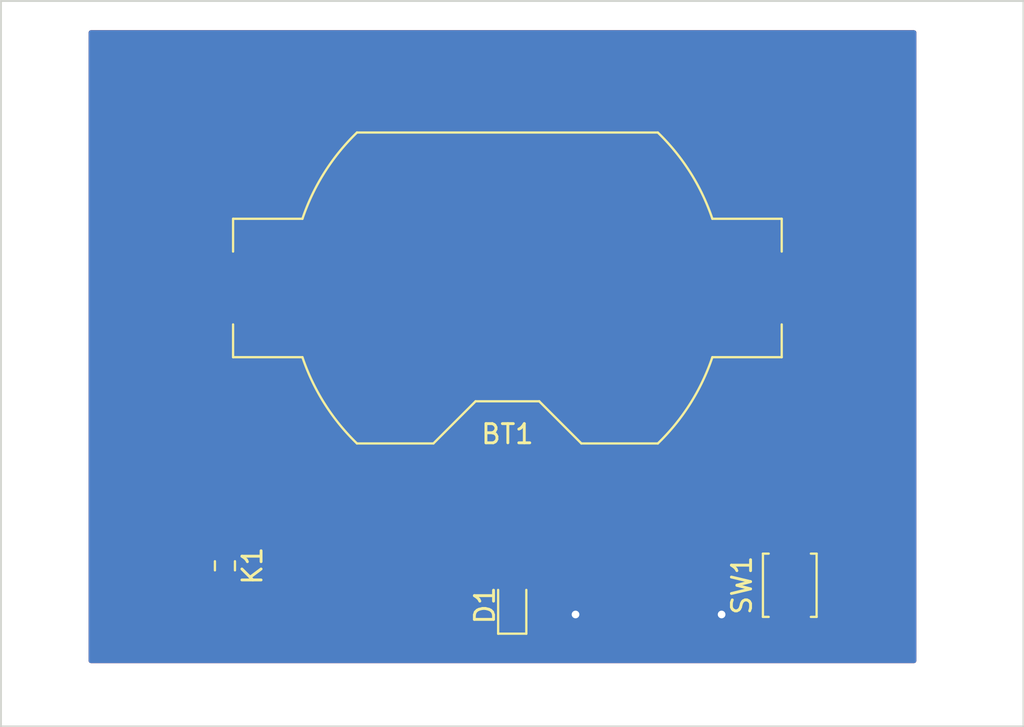
<source format=kicad_pcb>
(kicad_pcb (version 20221018) (generator pcbnew)
  (layers (0 "F.Cu" signal) (31 "B.Cu" signal) (34 "B.Paste" user) (35 "F.Paste" user) (36 "B.SilkS" user "B.Silkscreen") (37 "F.SilkS" user "F.Silkscreen") (38 "B.Mask" user) (39 "F.Mask" user) (44 "Edge.Cuts" user))
  (net 0 "")
  (net 1 "VCC")
  (net 2 "Net-(BT1--)")
  (net 3 "GND")
  (net 4 "Net-(D1-A)")
  (footprint "Diode_SMD:D_0603_1608Metric" (layer "F.Cu") (at 55.118 55.3975 90)
    (fp_text reference "D1" (at 0 -1.43 90) (layer "F.SilkS"))
    (fp_text value "RED")
    (fp_line (start -1.485 -0.735) (end -1.485 0.735) (stroke (width 0.12)) (layer "F.SilkS"))
    (fp_line (start -1.485 0.735) (end 0.8 0.735) (stroke (width 0.12)) (layer "F.SilkS"))
    (fp_line (start 0.8 -0.735) (end -1.485 -0.735) (stroke (width 0.12)) (layer "F.SilkS"))
    (pad "1" smd roundrect (at -0.7875 0 90) (size 0.875 0.95) (layers "F.Cu" "F.Paste" "F.Mask") (net 3 "GND"))
    (pad "2" smd roundrect (at 0.7875 0 90) (size 0.875 0.95) (layers "F.Cu" "F.Paste" "F.Mask") (net 4 "Net-(D1-A)"))
  )
  (footprint "Battery:BatteryHolder_Keystone_1058_1x2032" (layer "F.Cu") (at 54.866 38.84897)
    (fp_text reference "BT1" (at 0 7.62) (layer "F.SilkS"))
    (fp_text value "Battery_Cell")
    (fp_line (start -14.31 -3.61) (end -10.692 -3.61) (stroke (width 0.12)) (layer "F.SilkS"))
    (fp_line (start -14.31 -1.9) (end -14.31 -3.61) (stroke (width 0.12)) (layer "F.SilkS"))
    (fp_line (start -14.31 1.9) (end -14.31 3.61) (stroke (width 0.12)) (layer "F.SilkS"))
    (fp_line (start -10.692 3.61) (end -14.31 3.61) (stroke (width 0.12)) (layer "F.SilkS"))
    (fp_line (start -7.8473 -8.11) (end 7.8473 -8.11) (stroke (width 0.12)) (layer "F.SilkS"))
    (fp_line (start -3.86 8.11) (end -7.8473 8.11) (stroke (width 0.12)) (layer "F.SilkS"))
    (fp_line (start -1.66 5.91) (end -3.86 8.11) (stroke (width 0.12)) (layer "F.SilkS"))
    (fp_line (start 1.66 5.91) (end -1.66 5.91) (stroke (width 0.12)) (layer "F.SilkS"))
    (fp_line (start 1.66 5.91) (end 3.86 8.11) (stroke (width 0.12)) (layer "F.SilkS"))
    (fp_line (start 7.8473 8.11) (end 3.86 8.11) (stroke (width 0.12)) (layer "F.SilkS"))
    (fp_line (start 10.692 -3.61) (end 14.31 -3.61) (stroke (width 0.12)) (layer "F.SilkS"))
    (fp_line (start 14.31 -1.9) (end 14.31 -3.61) (stroke (width 0.12)) (layer "F.SilkS"))
    (fp_line (start 14.31 1.9) (end 14.31 3.61) (stroke (width 0.12)) (layer "F.SilkS"))
    (fp_line (start 14.31 3.61) (end 10.692 3.61) (stroke (width 0.12)) (layer "F.SilkS"))
    (fp_arc (start -10.692 -3.61) (mid -9.538084 -6.031244) (end -7.845371 -8.111789) (stroke (width 0.12)) (layer "F.SilkS"))
    (fp_arc (start -7.845371 8.111789) (mid -9.538085 6.031244) (end -10.692 3.61) (stroke (width 0.12)) (layer "F.SilkS"))
    (fp_arc (start 7.845371 -8.111789) (mid 9.538085 -6.031244) (end 10.692 -3.61) (stroke (width 0.12)) (layer "F.SilkS"))
    (fp_arc (start 10.692 3.61) (mid 9.538084 6.031244) (end 7.845371 8.111789) (stroke (width 0.12)) (layer "F.SilkS"))
    (pad "1" smd rect (at -14.68 0) (size 2.54 3.51) (layers "F.Cu" "F.Paste" "F.Mask") (net 1 "VCC"))
    (pad "2" smd rect (at 14.68 0) (size 2.54 3.51) (layers "F.Cu" "F.Paste" "F.Mask") (net 3 "GND"))
  )
  (footprint "Resistor_SMD:R_0603_1608Metric" (layer "F.Cu") (at 40.132 53.34 -90)
    (fp_text reference "K1" (at 0 -1.43 90) (layer "F.SilkS"))
    (fp_text value "R")
    (fp_line (start -0.237258 -0.5225) (end 0.237258 -0.5225) (stroke (width 0.12)) (layer "F.SilkS"))
    (fp_line (start -0.237258 0.5225) (end 0.237258 0.5225) (stroke (width 0.12)) (layer "F.SilkS"))
    (pad "1" smd roundrect (at -0.825 0 270) (size 0.8 0.95) (layers "F.Cu" "F.Paste" "F.Mask") (net 1 "VCC"))
    (pad "2" smd roundrect (at 0.825 0 270) (size 0.8 0.95) (layers "F.Cu" "F.Paste" "F.Mask") (net 4 "Net-(D1-A)"))
  )
  (footprint "Button_Switch_SMD:SW_SPST_B3U-1000P" (layer "F.Cu") (at 69.596 54.356 90)
    (fp_text reference "SW1" (at 0 -2.5 90) (layer "F.SilkS"))
    (fp_text value "SW_SPST")
    (fp_line (start -1.65 -1.4) (end 1.65 -1.4) (stroke (width 0.12)) (layer "F.SilkS"))
    (fp_line (start -1.65 -1.1) (end -1.65 -1.4) (stroke (width 0.12)) (layer "F.SilkS"))
    (fp_line (start -1.65 1.1) (end -1.65 1.4) (stroke (width 0.12)) (layer "F.SilkS"))
    (fp_line (start -1.65 1.4) (end 1.65 1.4) (stroke (width 0.12)) (layer "F.SilkS"))
    (fp_line (start 1.65 -1.4) (end 1.65 -1.1) (stroke (width 0.12)) (layer "F.SilkS"))
    (fp_line (start 1.65 1.4) (end 1.65 1.1) (stroke (width 0.12)) (layer "F.SilkS"))
    (pad "1" smd rect (at -1.7 0 90) (size 0.9 1.7) (layers "F.Cu" "F.Paste" "F.Mask") (net 3 "GND"))
    (pad "2" smd rect (at 1.7 0 90) (size 0.9 1.7) (layers "F.Cu" "F.Paste" "F.Mask") (net 2 "Net-(BT1--)"))
  )
  (gr_rect (start 28.448 23.876) (end 81.788 61.722) (stroke (width 0.1)) (fill none) (layer "Edge.Cuts"))
  (segment (start 40.132 38.90297) (end 40.186 38.84897) (width 0.25) (layer "F.Cu") (net 1))
  (segment (start 40.195 52.578) (end 40.132 52.515) (width 0.25) (layer "F.Cu") (net 1))
  (segment (start 40.132 52.515) (end 40.132 38.90297) (width 0.25) (layer "F.Cu") (net 1))
  (segment (start 69.546 52.606) (end 69.596 52.656) (width 0.25) (layer "F.Cu") (net 2))
  (segment (start 69.546 38.84897) (end 69.546 52.606) (width 0.25) (layer "F.Cu") (net 2))
  (segment (start 58.596 56.056) (end 58.42 55.88) (width 0.25) (layer "F.Cu") (net 3))
  (segment (start 69.596 56.056) (end 66.216 56.056) (width 0.25) (layer "F.Cu") (net 3))
  (segment (start 55.247 56.056) (end 55.118 56.185) (width 0.25) (layer "F.Cu") (net 3))
  (segment (start 66.216 56.056) (end 66.04 55.88) (width 0.25) (layer "F.Cu") (net 3))
  (segment (start 58.42 55.88) (end 58.244 56.056) (width 0.25) (layer "F.Cu") (net 3))
  (segment (start 58.244 56.056) (end 55.247 56.056) (width 0.25) (layer "F.Cu") (net 3))
  (segment (start 66.04 55.88) (end 65.864 56.056) (width 0.25) (layer "F.Cu") (net 3))
  (via (at 66.04 55.88) (size 0.8) (drill 0.4) (layers "F.Cu" "B.Cu") (net 3))
  (via (at 58.42 55.88) (size 0.8) (drill 0.4) (layers "F.Cu" "B.Cu") (net 3))
  (segment (start 58.42 55.88) (end 66.04 55.88) (width 0.25) (layer "B.Cu") (net 3))
  (segment (start 55.118 54.61) (end 40.577 54.61) (width 0.25) (layer "F.Cu") (net 4))
  (segment (start 40.577 54.61) (end 40.132 54.165) (width 0.25) (layer "F.Cu") (net 4))
  (zone (net 3) (net_name "GND") (layer "F.Cu") (connect_pads (clearance 0.5)) (min_thickness 0.25) (fill yes (thermal_gap 0.5) (thermal_bridge_width 0.5))
    (polygon (pts (xy 33.02 25.4) (xy 76.2 25.4) (xy 76.2 58.42) (xy 33.02 58.42)))
  )
  (zone (net 3) (net_name "GND") (layer "B.Cu") (priority 1) (connect_pads (clearance 0.5)) (min_thickness 0.25) (fill yes (thermal_gap 0.5) (thermal_bridge_width 0.5))
    (polygon (pts (xy 76.2 25.4) (xy 33.02 25.4) (xy 33.02 58.42) (xy 76.2 58.42)))
  )
)
</source>
